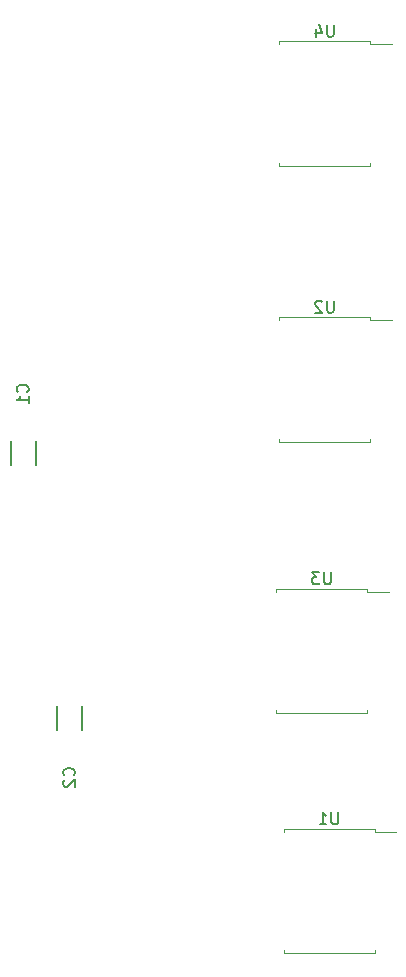
<source format=gbr>
%TF.GenerationSoftware,KiCad,Pcbnew,(6.0.4)*%
%TF.CreationDate,2023-07-24T12:57:32-04:00*%
%TF.ProjectId,BREAD_Slice,42524541-445f-4536-9c69-63652e6b6963,rev?*%
%TF.SameCoordinates,Original*%
%TF.FileFunction,Legend,Bot*%
%TF.FilePolarity,Positive*%
%FSLAX46Y46*%
G04 Gerber Fmt 4.6, Leading zero omitted, Abs format (unit mm)*
G04 Created by KiCad (PCBNEW (6.0.4)) date 2023-07-24 12:57:32*
%MOMM*%
%LPD*%
G01*
G04 APERTURE LIST*
%ADD10C,0.150000*%
%ADD11C,0.120000*%
G04 APERTURE END LIST*
D10*
%TO.C,C2*%
X154580142Y-115677333D02*
X154627761Y-115629714D01*
X154675380Y-115486857D01*
X154675380Y-115391619D01*
X154627761Y-115248761D01*
X154532523Y-115153523D01*
X154437285Y-115105904D01*
X154246809Y-115058285D01*
X154103952Y-115058285D01*
X153913476Y-115105904D01*
X153818238Y-115153523D01*
X153723000Y-115248761D01*
X153675380Y-115391619D01*
X153675380Y-115486857D01*
X153723000Y-115629714D01*
X153770619Y-115677333D01*
X153770619Y-116058285D02*
X153723000Y-116105904D01*
X153675380Y-116201142D01*
X153675380Y-116439238D01*
X153723000Y-116534476D01*
X153770619Y-116582095D01*
X153865857Y-116629714D01*
X153961095Y-116629714D01*
X154103952Y-116582095D01*
X154675380Y-116010666D01*
X154675380Y-116629714D01*
%TO.C,C1*%
X150643142Y-83198333D02*
X150690761Y-83150714D01*
X150738380Y-83007857D01*
X150738380Y-82912619D01*
X150690761Y-82769761D01*
X150595523Y-82674523D01*
X150500285Y-82626904D01*
X150309809Y-82579285D01*
X150166952Y-82579285D01*
X149976476Y-82626904D01*
X149881238Y-82674523D01*
X149786000Y-82769761D01*
X149738380Y-82912619D01*
X149738380Y-83007857D01*
X149786000Y-83150714D01*
X149833619Y-83198333D01*
X150738380Y-84150714D02*
X150738380Y-83579285D01*
X150738380Y-83865000D02*
X149738380Y-83865000D01*
X149881238Y-83769761D01*
X149976476Y-83674523D01*
X150024095Y-83579285D01*
%TO.C,U1*%
X176955904Y-118801380D02*
X176955904Y-119610904D01*
X176908285Y-119706142D01*
X176860666Y-119753761D01*
X176765428Y-119801380D01*
X176574952Y-119801380D01*
X176479714Y-119753761D01*
X176432095Y-119706142D01*
X176384476Y-119610904D01*
X176384476Y-118801380D01*
X175384476Y-119801380D02*
X175955904Y-119801380D01*
X175670190Y-119801380D02*
X175670190Y-118801380D01*
X175765428Y-118944238D01*
X175860666Y-119039476D01*
X175955904Y-119087095D01*
%TO.C,U2*%
X176574904Y-75494380D02*
X176574904Y-76303904D01*
X176527285Y-76399142D01*
X176479666Y-76446761D01*
X176384428Y-76494380D01*
X176193952Y-76494380D01*
X176098714Y-76446761D01*
X176051095Y-76399142D01*
X176003476Y-76303904D01*
X176003476Y-75494380D01*
X175574904Y-75589619D02*
X175527285Y-75542000D01*
X175432047Y-75494380D01*
X175193952Y-75494380D01*
X175098714Y-75542000D01*
X175051095Y-75589619D01*
X175003476Y-75684857D01*
X175003476Y-75780095D01*
X175051095Y-75922952D01*
X175622523Y-76494380D01*
X175003476Y-76494380D01*
%TO.C,U3*%
X176320904Y-98481380D02*
X176320904Y-99290904D01*
X176273285Y-99386142D01*
X176225666Y-99433761D01*
X176130428Y-99481380D01*
X175939952Y-99481380D01*
X175844714Y-99433761D01*
X175797095Y-99386142D01*
X175749476Y-99290904D01*
X175749476Y-98481380D01*
X175368523Y-98481380D02*
X174749476Y-98481380D01*
X175082809Y-98862333D01*
X174939952Y-98862333D01*
X174844714Y-98909952D01*
X174797095Y-98957571D01*
X174749476Y-99052809D01*
X174749476Y-99290904D01*
X174797095Y-99386142D01*
X174844714Y-99433761D01*
X174939952Y-99481380D01*
X175225666Y-99481380D01*
X175320904Y-99433761D01*
X175368523Y-99386142D01*
%TO.C,U4*%
X176574904Y-52126380D02*
X176574904Y-52935904D01*
X176527285Y-53031142D01*
X176479666Y-53078761D01*
X176384428Y-53126380D01*
X176193952Y-53126380D01*
X176098714Y-53078761D01*
X176051095Y-53031142D01*
X176003476Y-52935904D01*
X176003476Y-52126380D01*
X175098714Y-52459714D02*
X175098714Y-53126380D01*
X175336809Y-52078761D02*
X175574904Y-52793047D01*
X174955857Y-52793047D01*
%TO.C,C2*%
X155293000Y-111814000D02*
X155293000Y-109804000D01*
X153153000Y-111844000D02*
X153153000Y-109834000D01*
%TO.C,C1*%
X151356000Y-87365000D02*
X151356000Y-89375000D01*
X149216000Y-87395000D02*
X149216000Y-89405000D01*
D11*
%TO.C,U1*%
X172334000Y-130709000D02*
X172334000Y-130454000D01*
X176194000Y-120189000D02*
X180054000Y-120189000D01*
X180054000Y-130709000D02*
X180054000Y-130454000D01*
X180054000Y-120444000D02*
X181869000Y-120444000D01*
X176194000Y-130709000D02*
X180054000Y-130709000D01*
X172334000Y-120189000D02*
X172334000Y-120444000D01*
X176194000Y-130709000D02*
X172334000Y-130709000D01*
X176194000Y-120189000D02*
X172334000Y-120189000D01*
X180054000Y-120189000D02*
X180054000Y-120444000D01*
%TO.C,U2*%
X179673000Y-76882000D02*
X179673000Y-77137000D01*
X171953000Y-76882000D02*
X171953000Y-77137000D01*
X171953000Y-87402000D02*
X171953000Y-87147000D01*
X179673000Y-87402000D02*
X179673000Y-87147000D01*
X175813000Y-76882000D02*
X171953000Y-76882000D01*
X175813000Y-76882000D02*
X179673000Y-76882000D01*
X179673000Y-77137000D02*
X181488000Y-77137000D01*
X175813000Y-87402000D02*
X179673000Y-87402000D01*
X175813000Y-87402000D02*
X171953000Y-87402000D01*
%TO.C,U3*%
X171699000Y-110389000D02*
X171699000Y-110134000D01*
X171699000Y-99869000D02*
X171699000Y-100124000D01*
X179419000Y-100124000D02*
X181234000Y-100124000D01*
X175559000Y-99869000D02*
X179419000Y-99869000D01*
X179419000Y-99869000D02*
X179419000Y-100124000D01*
X175559000Y-110389000D02*
X179419000Y-110389000D01*
X179419000Y-110389000D02*
X179419000Y-110134000D01*
X175559000Y-110389000D02*
X171699000Y-110389000D01*
X175559000Y-99869000D02*
X171699000Y-99869000D01*
%TO.C,U4*%
X171953000Y-64034000D02*
X171953000Y-63779000D01*
X171953000Y-53514000D02*
X171953000Y-53769000D01*
X179673000Y-53514000D02*
X179673000Y-53769000D01*
X175813000Y-53514000D02*
X171953000Y-53514000D01*
X179673000Y-64034000D02*
X179673000Y-63779000D01*
X175813000Y-64034000D02*
X179673000Y-64034000D01*
X179673000Y-53769000D02*
X181488000Y-53769000D01*
X175813000Y-64034000D02*
X171953000Y-64034000D01*
X175813000Y-53514000D02*
X179673000Y-53514000D01*
%TD*%
M02*

</source>
